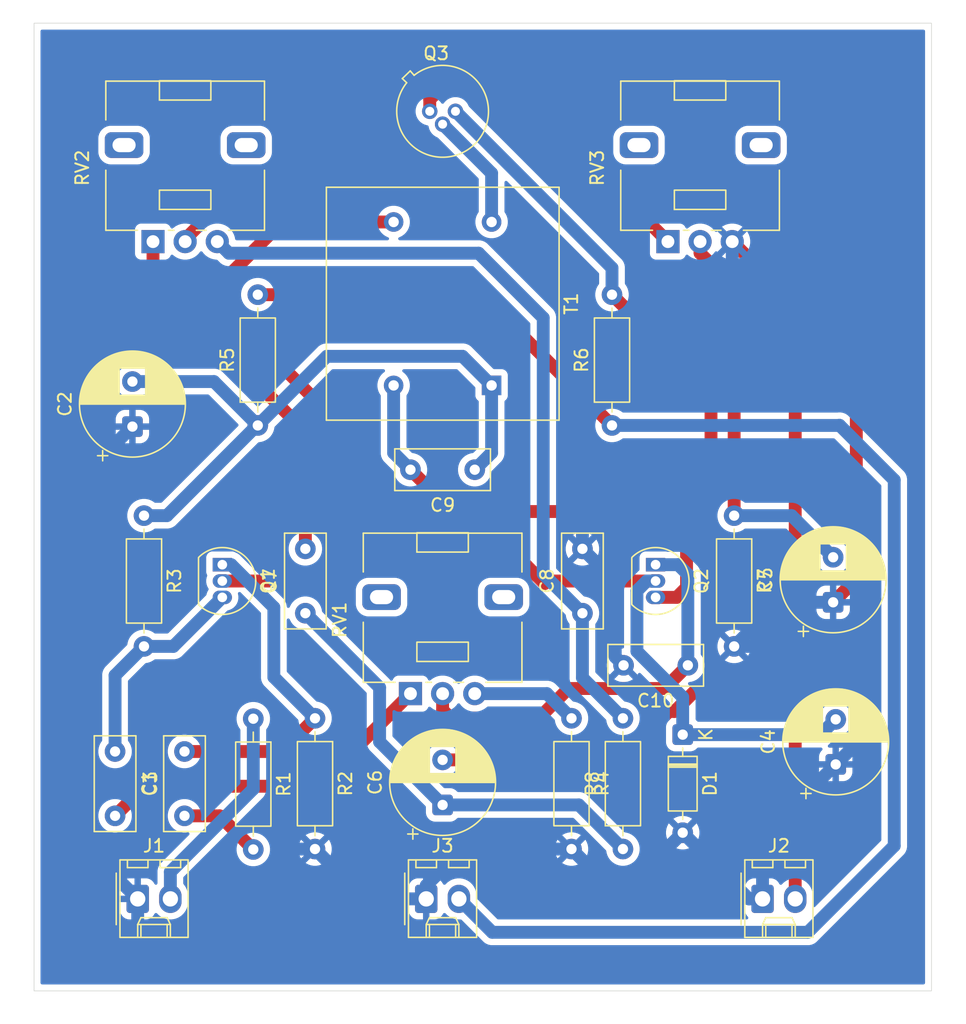
<source format=kicad_pcb>
(kicad_pcb (version 20241229) (generator "pcbnew") (generator_version "9.0")
  (layers (0 "F.Cu" signal) (2 "B.Cu" signal) (13 "F.Paste" user) (15 "B.Paste" user) (5 "F.SilkS" user "F.Silkscreen") (7 "B.SilkS" user "B.Silkscreen") (1 "F.Mask" user) (3 "B.Mask" user) (25 "Edge.Cuts" user))
  (net 0 "")
  (net 1 "Net-(C1-Pad1)")
  (net 2 "Net-(Q1-G)")
  (net 3 "GND")
  (net 4 "Net-(Q1-D)")
  (net 5 "Net-(C3-Pad2)")
  (net 6 "Net-(D1-K)")
  (net 7 "Net-(Q3-E)")
  (net 8 "Net-(Q3-C)")
  (net 9 "Net-(C6-Pad1)")
  (net 10 "Net-(C7-Pad2)")
  (net 11 "Net-(C8-Pad1)")
  (net 12 "Net-(T1-AA)")
  (net 13 "Net-(Q2-D)")
  (net 14 "Net-(Q2-G)")
  (net 15 "Net-(J1-Pin_2)")
  (net 16 "Net-(J2-Pin_2)")
  (net 17 "-9V")
  (net 18 "Net-(Q3-B)")
  (net 19 "Net-(R4-Pad1)")
  (net 20 "Net-(RV2-Pad2)")
  (footprint "Resistor_THT:R_Axial_DIN0207_L6.3mm_D2.5mm_P10.16mm_Horizontal" (layer "F.Cu") (at 83.25 58.07 -90)
    (property "Reference" "R3" (at 5.08 -2.37 90) (layer "F.SilkS"))
    (property "Value" "6K8")
    (pad "1" thru_hole circle (at 0 0 270) (size 1.6 1.6) (drill 0.8) (layers "*.Cu" "*.Mask") (net 12 "Net-(T1-AA)"))
    (pad "2" thru_hole circle (at 10.16 0 270) (size 1.6 1.6) (drill 0.8) (layers "*.Cu" "*.Mask") (net 4 "Net-(Q1-D)"))
  )
  (footprint "Resistor_THT:R_Axial_DIN0207_L6.3mm_D2.5mm_P10.16mm_Horizontal" (layer "F.Cu") (at 92.1 51.06 90)
    (property "Reference" "R5" (at 5.08 -2.37 90) (layer "F.SilkS"))
    (property "Value" "150R")
    (pad "1" thru_hole circle (at 0 0 90) (size 1.6 1.6) (drill 0.8) (layers "*.Cu" "*.Mask") (net 12 "Net-(T1-AA)"))
    (pad "2" thru_hole circle (at 10.16 0 90) (size 1.6 1.6) (drill 0.8) (layers "*.Cu" "*.Mask") (net 17 "-9V"))
  )
  (footprint "Connector_Molex:Molex_KK-254_AE-6410-02A_1x02_P2.54mm_Vertical" (layer "F.Cu") (at 82.76 87.85)
    (property "Reference" "J1" (at 1.27 -4.12 0) (layer "F.SilkS"))
    (property "Value" "Conn_01x02_Pin")
    (pad "1" thru_hole roundrect (at 0 0) (size 1.74 2.19) (drill 1.19) (layers "*.Cu" "*.Mask") (roundrect_rratio 0.143678) (net 3 "GND"))
    (pad "2" thru_hole oval (at 2.54 0) (size 1.74 2.19) (drill 1.19) (layers "*.Cu" "*.Mask") (net 15 "Net-(J1-Pin_2)"))
  )
  (footprint "Potentiometer_THT:Potentiometer_Alps_RK09L_Single_Vertical" (layer "F.Cu") (at 83.95 36.775 90)
    (property "Reference" "RV2" (at 5.725 -5.5 90) (layer "F.SilkS"))
    (property "Value" "B100K")
    (pad "1" thru_hole rect (at 0 0 90) (size 1.8 1.8) (drill 1) (layers "*.Cu" "*.Mask") (net 10 "Net-(C7-Pad2)"))
    (pad "2" thru_hole circle (at 0 2.5 90) (size 1.8 1.8) (drill 1) (layers "*.Cu" "*.Mask") (net 20 "Net-(RV2-Pad2)"))
    (pad "3" thru_hole circle (at 0 5 90) (size 1.8 1.8) (drill 1) (layers "*.Cu" "*.Mask") (net 11 "Net-(C8-Pad1)"))
    (pad "MP" thru_hole roundrect (at 7.5 -2.25 90) (size 2 3) (drill oval 1.1 1.8) (layers "*.Cu" "*.Mask"))
    (pad "MP" thru_hole roundrect (at 7.5 7.25 90) (size 2 3) (drill oval 1.1 1.8) (layers "*.Cu" "*.Mask"))
  )
  (footprint "Connector_Molex:Molex_KK-254_AE-6410-02A_1x02_P2.54mm_Vertical" (layer "F.Cu") (at 105.2 87.85)
    (property "Reference" "J3" (at 1.27 -4.12 0) (layer "F.SilkS"))
    (property "Value" "Conn_01x02_Pin")
    (pad "1" thru_hole roundrect (at 0 0) (size 1.74 2.19) (drill 1.19) (layers "*.Cu" "*.Mask") (roundrect_rratio 0.143678) (net 3 "GND"))
    (pad "2" thru_hole oval (at 2.54 0) (size 1.74 2.19) (drill 1.19) (layers "*.Cu" "*.Mask") (net 17 "-9V"))
  )
  (footprint "Capacitor_THT:C_Rect_L7.2mm_W3.0mm_P5.00mm_FKS2_FKP2_MKS2_MKP2" (layer "F.Cu") (at 108.975 54.5 180)
    (property "Reference" "C9" (at 2.5 -2.75 0) (layer "F.SilkS"))
    (property "Value" "22nF")
    (pad "1" thru_hole circle (at 0 0 180) (size 1.6 1.6) (drill 0.8) (layers "*.Cu" "*.Mask") (net 12 "Net-(T1-AA)"))
    (pad "2" thru_hole circle (at 5 0 180) (size 1.6 1.6) (drill 0.8) (layers "*.Cu" "*.Mask") (net 13 "Net-(Q2-D)"))
  )
  (footprint "Resistor_THT:R_Axial_DIN0207_L6.3mm_D2.5mm_P10.16mm_Horizontal" (layer "F.Cu") (at 119.65 51.06 90)
    (property "Reference" "R6" (at 5.08 -2.37 90) (layer "F.SilkS"))
    (property "Value" "4K7")
    (pad "1" thru_hole circle (at 0 0 90) (size 1.6 1.6) (drill 0.8) (layers "*.Cu" "*.Mask") (net 17 "-9V"))
    (pad "2" thru_hole circle (at 10.16 0 90) (size 1.6 1.6) (drill 0.8) (layers "*.Cu" "*.Mask") (net 8 "Net-(Q3-C)"))
  )
  (footprint "Resistor_THT:R_Axial_DIN0207_L6.3mm_D2.5mm_P10.16mm_Horizontal" (layer "F.Cu") (at 129.15 58.07 -90)
    (property "Reference" "R7" (at 5.08 -2.37 90) (layer "F.SilkS"))
    (property "Value" "560R")
    (pad "1" thru_hole circle (at 0 0 270) (size 1.6 1.6) (drill 0.8) (layers "*.Cu" "*.Mask") (net 7 "Net-(Q3-E)"))
    (pad "2" thru_hole circle (at 10.16 0 270) (size 1.6 1.6) (drill 0.8) (layers "*.Cu" "*.Mask") (net 3 "GND"))
  )
  (footprint "Package_TO_SOT_THT:TO-92_Inline" (layer "F.Cu") (at 123.04 61.88 -90)
    (property "Reference" "Q2" (at 1.27 -3.56 90) (layer "F.SilkS"))
    (property "Value" "BF245A")
    (pad "1" thru_hole rect (at 0 0 270) (size 1.05 1.5) (drill 0.75) (layers "*.Cu" "*.Mask") (net 14 "Net-(Q2-G)"))
    (pad "2" thru_hole oval (at 1.27 0 270) (size 1.05 1.5) (drill 0.75) (layers "*.Cu" "*.Mask") (net 6 "Net-(D1-K)"))
    (pad "3" thru_hole oval (at 2.54 0 270) (size 1.05 1.5) (drill 0.75) (layers "*.Cu" "*.Mask") (net 13 "Net-(Q2-D)"))
  )
  (footprint "Resistor_THT:R_Axial_DIN0207_L6.3mm_D2.5mm_P10.16mm_Horizontal" (layer "F.Cu") (at 96.55 73.817349 -90)
    (property "Reference" "R2" (at 5.08 -2.37 90) (layer "F.SilkS"))
    (property "Value" "2M2")
    (pad "1" thru_hole circle (at 0 0 270) (size 1.6 1.6) (drill 0.8) (layers "*.Cu" "*.Mask") (net 2 "Net-(Q1-G)"))
    (pad "2" thru_hole circle (at 10.16 0 270) (size 1.6 1.6) (drill 0.8) (layers "*.Cu" "*.Mask") (net 3 "GND"))
  )
  (footprint "Package_TO_SOT_THT:TO-92_Inline" (layer "F.Cu") (at 89.34 61.88 -90)
    (property "Reference" "Q1" (at 1.27 -3.56 90) (layer "F.SilkS"))
    (property "Value" "BF245A")
    (pad "1" thru_hole rect (at 0 0 270) (size 1.05 1.5) (drill 0.75) (layers "*.Cu" "*.Mask") (net 2 "Net-(Q1-G)"))
    (pad "2" thru_hole oval (at 1.27 0 270) (size 1.05 1.5) (drill 0.75) (layers "*.Cu" "*.Mask") (net 6 "Net-(D1-K)"))
    (pad "3" thru_hole oval (at 2.54 0 270) (size 1.05 1.5) (drill 0.75) (layers "*.Cu" "*.Mask") (net 4 "Net-(Q1-D)"))
  )
  (footprint "Capacitor_THT:CP_Radial_D8.0mm_P3.50mm" (layer "F.Cu") (at 136.85 64.802651 90)
    (property "Reference" "C5" (at 1.75 -5.25 90) (layer "F.SilkS"))
    (property "Value" "220uF")
    (pad "1" thru_hole roundrect (at 0 0 90) (size 1.6 1.6) (drill 0.8) (layers "*.Cu" "*.Mask") (roundrect_rratio 0.15625) (net 3 "GND"))
    (pad "2" thru_hole circle (at 3.5 0 90) (size 1.6 1.6) (drill 0.8) (layers "*.Cu" "*.Mask") (net 7 "Net-(Q3-E)"))
  )
  (footprint "Potentiometer_THT:Potentiometer_Alps_RK09L_Single_Vertical" (layer "F.Cu") (at 103.975 71.9 90)
    (property "Reference" "RV1" (at 5.725 -5.5 90) (layer "F.SilkS"))
    (property "Value" "A1M/A470K")
    (pad "1" thru_hole rect (at 0 0 90) (size 1.8 1.8) (drill 1) (layers "*.Cu" "*.Mask") (net 5 "Net-(C3-Pad2)"))
    (pad "2" thru_hole circle (at 0 2.5 90) (size 1.8 1.8) (drill 1) (layers "*.Cu" "*.Mask") (net 14 "Net-(Q2-G)"))
    (pad "3" thru_hole circle (at 0 5 90) (size 1.8 1.8) (drill 1) (layers "*.Cu" "*.Mask") (net 19 "Net-(R4-Pad1)"))
    (pad "MP" thru_hole roundrect (at 7.5 -2.25 90) (size 2 3) (drill oval 1.1 1.8) (layers "*.Cu" "*.Mask"))
    (pad "MP" thru_hole roundrect (at 7.5 7.25 90) (size 2 3) (drill oval 1.1 1.8) (layers "*.Cu" "*.Mask"))
  )
  (footprint "Capacitor_THT:C_Rect_L7.2mm_W3.0mm_P5.00mm_FKS2_FKP2_MKS2_MKP2" (layer "F.Cu") (at 81 76.397349 -90)
    (property "Reference" "C3" (at 2.5 -2.75 90) (layer "F.SilkS"))
    (property "Value" "47nF")
    (pad "1" thru_hole circle (at 0 0 270) (size 1.6 1.6) (drill 0.8) (layers "*.Cu" "*.Mask") (net 4 "Net-(Q1-D)"))
    (pad "2" thru_hole circle (at 5 0 270) (size 1.6 1.6) (drill 0.8) (layers "*.Cu" "*.Mask") (net 5 "Net-(C3-Pad2)"))
  )
  (footprint "Resistor_THT:R_Axial_DIN0207_L6.3mm_D2.5mm_P10.16mm_Horizontal" (layer "F.Cu") (at 116.5 73.817349 -90)
    (property "Reference" "R4" (at 5.08 -2.37 90) (layer "F.SilkS"))
    (property "Value" "1K")
    (pad "1" thru_hole circle (at 0 0 270) (size 1.6 1.6) (drill 0.8) (layers "*.Cu" "*.Mask") (net 19 "Net-(R4-Pad1)"))
    (pad "2" thru_hole circle (at 10.16 0 270) (size 1.6 1.6) (drill 0.8) (layers "*.Cu" "*.Mask") (net 3 "GND"))
  )
  (footprint "ACRM:Transformer_LT722" (layer "F.Cu") (at 110.285 47.95 -90)
    (property "Reference" "T1" (at -6.35 -6.2 90) (layer "F.SilkS"))
    (property "Value" "Transformer_1P_1S")
    (pad "1" thru_hole rect (at 0 0 270) (size 1.52 1.52) (drill 0.81) (layers "*.Cu" "*.Mask") (net 12 "Net-(T1-AA)"))
    (pad "2" thru_hole circle (at 0 7.62 270) (size 1.52 1.52) (drill 0.81) (layers "*.Cu" "*.Mask") (net 13 "Net-(Q2-D)"))
    (pad "3" thru_hole circle (at -12.7 7.62 270) (size 1.52 1.52) (drill 0.81) (layers "*.Cu" "*.Mask") (net 6 "Net-(D1-K)"))
    (pad "4" thru_hole circle (at -12.7 0 270) (size 1.52 1.52) (drill 0.81) (layers "*.Cu" "*.Mask") (net 18 "Net-(Q3-B)"))
  )
  (footprint "Capacitor_THT:C_Rect_L7.2mm_W3.0mm_P5.00mm_FKS2_FKP2_MKS2_MKP2" (layer "F.Cu") (at 95.8 65.65 90)
    (property "Reference" "C7" (at 2.5 -2.75 90) (layer "F.SilkS"))
    (property "Value" "4.7nF")
    (pad "1" thru_hole circle (at 0 0 90) (size 1.6 1.6) (drill 0.8) (layers "*.Cu" "*.Mask") (net 9 "Net-(C6-Pad1)"))
    (pad "2" thru_hole circle (at 5 0 90) (size 1.6 1.6) (drill 0.8) (layers "*.Cu" "*.Mask") (net 10 "Net-(C7-Pad2)"))
  )
  (footprint "Capacitor_THT:C_Rect_L7.2mm_W3.0mm_P5.00mm_FKS2_FKP2_MKS2_MKP2" (layer "F.Cu") (at 86.4 81.397349 90)
    (property "Reference" "C1" (at 2.5 -2.75 90) (layer "F.SilkS"))
    (property "Value" "10nF")
    (pad "1" thru_hole circle (at 0 0 90) (size 1.6 1.6) (drill 0.8) (layers "*.Cu" "*.Mask") (net 1 "Net-(C1-Pad1)"))
    (pad "2" thru_hole circle (at 5 0 90) (size 1.6 1.6) (drill 0.8) (layers "*.Cu" "*.Mask") (net 2 "Net-(Q1-G)"))
  )
  (footprint "Resistor_THT:R_Axial_DIN0207_L6.3mm_D2.5mm_P10.16mm_Horizontal" (layer "F.Cu") (at 120.5 83.977349 90)
    (property "Reference" "R8" (at 5.08 -2.37 90) (layer "F.SilkS"))
    (property "Value" "22K")
    (pad "1" thru_hole circle (at 0 0 90) (size 1.6 1.6) (drill 0.8) (layers "*.Cu" "*.Mask") (net 9 "Net-(C6-Pad1)"))
    (pad "2" thru_hole circle (at 10.16 0 90) (size 1.6 1.6) (drill 0.8) (layers "*.Cu" "*.Mask") (net 11 "Net-(C8-Pad1)"))
  )
  (footprint "Capacitor_THT:CP_Radial_D8.0mm_P3.50mm" (layer "F.Cu") (at 82.35 51.15 90)
    (property "Reference" "C2" (at 1.75 -5.25 90) (layer "F.SilkS"))
    (property "Value" "22uF")
    (pad "1" thru_hole roundrect (at 0 0 90) (size 1.6 1.6) (drill 0.8) (layers "*.Cu" "*.Mask") (roundrect_rratio 0.15625) (net 3 "GND"))
    (pad "2" thru_hole circle (at 3.5 0 90) (size 1.6 1.6) (drill 0.8) (layers "*.Cu" "*.Mask") (net 12 "Net-(T1-AA)"))
  )
  (footprint "Capacitor_THT:CP_Radial_D8.0mm_P3.50mm" (layer "F.Cu") (at 106.475 80.55 90)
    (property "Reference" "C6" (at 1.75 -5.25 90) (layer "F.SilkS"))
    (property "Value" "3.3uF")
    (pad "1" thru_hole roundrect (at 0 0 90) (size 1.6 1.6) (drill 0.8) (layers "*.Cu" "*.Mask") (roundrect_rratio 0.15625) (net 9 "Net-(C6-Pad1)"))
    (pad "2" thru_hole circle (at 3.5 0 90) (size 1.6 1.6) (drill 0.8) (layers "*.Cu" "*.Mask") (net 8 "Net-(Q3-C)"))
  )
  (footprint "Capacitor_THT:CP_Radial_D8.0mm_P3.50mm" (layer "F.Cu") (at 137.05 77.4 90)
    (property "Reference" "C4" (at 1.75 -5.25 90) (layer "F.SilkS"))
    (property "Value" "100-220uF")
    (pad "1" thru_hole roundrect (at 0 0 90) (size 1.6 1.6) (drill 0.8) (layers "*.Cu" "*.Mask") (roundrect_rratio 0.15625) (net 3 "GND"))
    (pad "2" thru_hole circle (at 3.5 0 90) (size 1.6 1.6) (drill 0.8) (layers "*.Cu" "*.Mask") (net 6 "Net-(D1-K)"))
  )
  (footprint "Resistor_THT:R_Axial_DIN0207_L6.3mm_D2.5mm_P10.16mm_Horizontal" (layer "F.Cu") (at 91.75 73.85 -90)
    (property "Reference" "R1" (at 5.08 -2.37 90) (layer "F.SilkS"))
    (property "Value" "4K7")
    (pad "1" thru_hole circle (at 0 0 270) (size 1.6 1.6) (drill 0.8) (layers "*.Cu" "*.Mask") (net 15 "Net-(J1-Pin_2)"))
    (pad "2" thru_hole circle (at 10.16 0 270) (size 1.6 1.6) (drill 0.8) (layers "*.Cu" "*.Mask") (net 1 "Net-(C1-Pad1)"))
  )
  (footprint "Connector_Molex:Molex_KK-254_AE-6410-02A_1x02_P2.54mm_Vertical" (layer "F.Cu") (at 131.36 87.85)
    (property "Reference" "J2" (at 1.27 -4.12 0) (layer "F.SilkS"))
    (property "Value" "Conn_01x02_Pin")
    (pad "1" thru_hole roundrect (at 0 0) (size 1.74 2.19) (drill 1.19) (layers "*.Cu" "*.Mask") (roundrect_rratio 0.143678) (net 3 "GND"))
    (pad "2" thru_hole oval (at 2.54 0) (size 1.74 2.19) (drill 1.19) (layers "*.Cu" "*.Mask") (net 16 "Net-(J2-Pin_2)"))
  )
  (footprint "ACRM:TO-1-3" (layer "F.Cu") (at 105.475 26.65)
    (property "Reference" "Q3" (at 0.5 -4.5 0) (layer "F.SilkS"))
    (property "Value" "AC128")
    (pad "1" thru_hole oval (at 2 0) (size 1.2 1.2) (drill 0.7) (layers "*.Cu" "*.Mask") (net 8 "Net-(Q3-C)"))
    (pad "2" thru_hole oval (at 1 1) (size 1.2 1.2) (drill 0.7) (layers "*.Cu" "*.Mask") (net 18 "Net-(Q3-B)"))
    (pad "3" thru_hole oval (at 0 0) (size 1.2 1.2) (drill 0.7) (layers "*.Cu" "*.Mask") (net 7 "Net-(Q3-E)"))
  )
  (footprint "Capacitor_THT:C_Rect_L7.2mm_W3.0mm_P5.00mm_FKS2_FKP2_MKS2_MKP2" (layer "F.Cu") (at 117.35 65.65 90)
    (property "Reference" "C8" (at 2.5 -2.75 90) (layer "F.SilkS"))
    (property "Value" "47nF")
    (pad "1" thru_hole circle (at 0 0 90) (size 1.6 1.6) (drill 0.8) (layers "*.Cu" "*.Mask") (net 11 "Net-(C8-Pad1)"))
    (pad "2" thru_hole circle (at 5 0 90) (size 1.6 1.6) (drill 0.8) (layers "*.Cu" "*.Mask") (net 3 "GND"))
  )
  (footprint "Diode_THT:D_DO-35_SOD27_P7.62mm_Horizontal" (layer "F.Cu") (at 125.15 75.087349 -90)
    (property "Reference" "D1" (at 3.81 -2.12 90) (layer "F.SilkS"))
    (property "Value" "1N4148")
    (fp_text user "K" (at 0 -1.8 90) (layer "F.SilkS"))
    (pad "1" thru_hole roundrect (at 0 0 270) (size 1.6 1.6) (drill 0.8) (layers "*.Cu" "*.Mask") (roundrect_rratio 0.15625) (net 6 "Net-(D1-K)"))
    (pad "2" thru_hole circle (at 7.62 0 270) (size 1.6 1.6) (drill 0.8) (layers "*.Cu" "*.Mask") (net 3 "GND"))
  )
  (footprint "Potentiometer_THT:Potentiometer_Alps_RK09L_Single_Vertical" (layer "F.Cu") (at 124 36.775 90)
    (property "Reference" "RV3" (at 5.725 -5.5 90) (layer "F.SilkS"))
    (property "Value" "A10K")
    (pad "1" thru_hole rect (at 0 0 90) (size 1.8 1.8) (drill 1) (layers "*.Cu" "*.Mask") (net 20 "Net-(RV2-Pad2)"))
    (pad "2" thru_hole circle (at 0 2.5 90) (size 1.8 1.8) (drill 1) (layers "*.Cu" "*.Mask") (net 16 "Net-(J2-Pin_2)"))
    (pad "3" thru_hole circle (at 0 5 90) (size 1.8 1.8) (drill 1) (layers "*.Cu" "*.Mask") (net 3 "GND"))
    (pad "MP" thru_hole roundrect (at 7.5 -2.25 90) (size 2 3) (drill oval 1.1 1.8) (layers "*.Cu" "*.Mask"))
    (pad "MP" thru_hole roundrect (at 7.5 7.25 90) (size 2 3) (drill oval 1.1 1.8) (layers "*.Cu" "*.Mask"))
  )
  (footprint "Capacitor_THT:C_Rect_L7.2mm_W3.0mm_P5.00mm_FKS2_FKP2_MKS2_MKP2" (layer "F.Cu") (at 125.55 69.7 180)
    (property "Reference" "C10" (at 2.5 -2.75 0) (layer "F.SilkS"))
    (property "Value" "470pF")
    (pad "1" thru_hole circle (at 0 0 180) (size 1.6 1.6) (drill 0.8) (layers "*.Cu" "*.Mask") (net 14 "Net-(Q2-G)"))
    (pad "2" thru_hole circle (at 5 0 180) (size 1.6 1.6) (drill 0.8) (layers "*.Cu" "*.Mask") (net 3 "GND"))
  )
  (gr_rect (start 74.7 19.8) (end 144.5 95) (stroke (width 0.05)) (fill no) (layer "Edge.Cuts"))
  (segment (start 89.137349 81.397349) (end 91.75 84.01) (width 1) (layer "F.Cu") (net 1))
  (segment (start 86.4 81.397349) (end 89.137349 81.397349) (width 1) (layer "F.Cu") (net 1))
  (segment (start 86.4 76.397349) (end 93.97 76.397349) (width 1) (layer "F.Cu") (net 2))
  (segment (start 93.97 76.397349) (end 96.55 73.817349) (width 1) (layer "F.Cu") (net 2))
  (segment (start 89.34 61.88) (end 90.028826 61.88) (width 1) (layer "B.Cu") (net 2))
  (segment (start 93.35 70.617349) (end 96.55 73.817349) (width 1) (layer "B.Cu") (net 2))
  (segment (start 93.35 65.201174) (end 93.35 70.617349) (width 1) (layer "B.Cu") (net 2))
  (segment (start 90.028826 61.88) (end 93.35 65.201174) (width 1) (layer "B.Cu") (net 2))
  (segment (start 138.651 63.001651) (end 136.85 64.802651) (width 1) (layer "F.Cu") (net 3))
  (segment (start 129 36.775) (end 138.651 46.426) (width 1) (layer "F.Cu") (net 3))
  (segment (start 138.651 46.426) (end 138.651 63.001651) (width 1) (layer "F.Cu") (net 3))
  (segment (start 105.2 87.85) (end 105.2 86.8119) (width 1) (layer "B.Cu") (net 3))
  (segment (start 136.85 64.802651) (end 132.577349 64.802651) (width 1) (layer "B.Cu") (net 3))
  (segment (start 129 38.455894) (end 129 36.775) (width 1) (layer "B.Cu") (net 3))
  (segment (start 131.36 87.85) (end 130.292651 87.85) (width 1) (layer "B.Cu") (net 3))
  (segment (start 119.9 63.2) (end 119.9 69.05) (width 1) (layer "B.Cu") (net 3))
  (segment (start 139.351 75.099) (end 137.05 77.4) (width 1) (layer "B.Cu") (net 3))
  (segment (start 132.577349 64.802651) (end 129.15 68.23) (width 1) (layer "B.Cu") (net 3))
  (segment (start 138.57 68.23) (end 138.65 68.15) (width 1) (layer "B.Cu") (net 3))
  (segment (start 95.122651 83.977349) (end 86.85 92.25) (width 1) (layer "B.Cu") (net 3))
  (segment (start 82.76 87.85) (end 78.699 83.789) (width 1) (layer "B.Cu") (net 3))
  (segment (start 108.034551 83.977349) (end 116.5 83.977349) (width 1) (layer "B.Cu") (net 3))
  (segment (start 82.76 90.96) (end 82.76 87.85) (width 1) (layer "B.Cu") (net 3))
  (segment (start 117.35 50.105894) (end 129 38.455894) (width 1) (layer "B.Cu") (net 3))
  (segment (start 139.351 68.851) (end 139.351 75.099) (width 1) (layer "B.Cu") (net 3))
  (segment (start 131.36 87.85) (end 131.36 83.09) (width 1) (layer "B.Cu") (net 3))
  (segment (start 131.36 83.09) (end 137.05 77.4) (width 1) (layer "B.Cu") (net 3))
  (segment (start 125.15 82.707349) (end 121.579 86.278349) (width 1) (layer "B.Cu") (net 3))
  (segment (start 105.2 86.8119) (end 108.034551 83.977349) (width 1) (layer "B.Cu") (net 3))
  (segment (start 96.55 83.977349) (end 95.122651 83.977349) (width 1) (layer "B.Cu") (net 3))
  (segment (start 78.699 54.801) (end 82.35 51.15) (width 1) (layer "B.Cu") (net 3))
  (segment (start 84.05 92.25) (end 82.76 90.96) (width 1) (layer "B.Cu") (net 3))
  (segment (start 117.35 60.65) (end 117.35 50.105894) (width 1) (layer "B.Cu") (net 3))
  (segment (start 121.579 86.278349) (end 118.801 86.278349) (width 1) (layer "B.Cu") (net 3))
  (segment (start 130.292651 87.85) (end 125.15 82.707349) (width 1) (layer "B.Cu") (net 3))
  (segment (start 78.699 83.789) (end 78.699 54.801) (width 1) (layer "B.Cu") (net 3))
  (segment (start 100.422651 87.85) (end 96.55 83.977349) (width 1) (layer "B.Cu") (net 3))
  (segment (start 117.35 60.65) (end 119.9 63.2) (width 1) (layer "B.Cu") (net 3))
  (segment (start 105.2 87.85) (end 100.422651 87.85) (width 1) (layer "B.Cu") (net 3))
  (segment (start 118.801 86.278349) (end 116.5 83.977349) (width 1) (layer "B.Cu") (net 3))
  (segment (start 119.9 69.05) (end 120.55 69.7) (width 1) (layer "B.Cu") (net 3))
  (segment (start 138.65 68.15) (end 139.351 68.851) (width 1) (layer "B.Cu") (net 3))
  (segment (start 86.85 92.25) (end 84.05 92.25) (width 1) (layer "B.Cu") (net 3))
  (segment (start 129.15 68.23) (end 138.57 68.23) (width 1) (layer "B.Cu") (net 3))
  (segment (start 81 70.48) (end 83.25 68.23) (width 1) (layer "B.Cu") (net 4))
  (segment (start 85.53 68.23) (end 89.34 64.42) (width 1) (layer "B.Cu") (net 4))
  (segment (start 81 76.397349) (end 81 70.48) (width 1) (layer "B.Cu") (net 4))
  (segment (start 83.25 68.23) (end 85.53 68.23) (width 1) (layer "B.Cu") (net 4))
  (segment (start 81 81.397349) (end 83.301 79.096349) (width 1) (layer "F.Cu") (net 5))
  (segment (start 96.778651 79.096349) (end 103.975 71.9) (width 1) (layer "F.Cu") (net 5))
  (segment (start 83.301 79.096349) (end 96.778651 79.096349) (width 1) (layer "F.Cu") (net 5))
  (segment (start 90 39.25) (end 94 35.25) (width 1) (layer "F.Cu") (net 6))
  (segment (start 100.969256 61.95) (end 113 61.95) (width 1) (layer "F.Cu") (net 6))
  (segment (start 97.7 63.15) (end 89.34 63.15) (width 1) (layer "F.Cu") (net 6))
  (segment (start 100.220256 61.201) (end 99.649 61.201) (width 1) (layer "F.Cu") (net 6))
  (segment (start 94 35.25) (end 102.665 35.25) (width 1) (layer "F.Cu") (net 6))
  (segment (start 113 61.95) (end 114.4 63.35) (width 1) (layer "F.Cu") (net 6))
  (segment (start 90 42.5) (end 90 39.25) (width 1) (layer "F.Cu") (net 6))
  (segment (start 114.6 63.15) (end 123.04 63.15) (width 1) (layer "F.Cu") (net 6))
  (segment (start 114.4 63.35) (end 114.6 63.15) (width 1) (layer "F.Cu") (net 6))
  (segment (start 99.649 61.201) (end 97.7 63.15) (width 1) (layer "F.Cu") (net 6))
  (segment (start 100.220256 52.720256) (end 100.220256 61.201) (width 1) (layer "F.Cu") (net 6))
  (segment (start 100.220256 52.720256) (end 90 42.5) (width 1) (layer "F.Cu") (net 6))
  (segment (start 100.220256 61.201) (end 100.969256 61.95) (width 1) (layer "F.Cu") (net 6))
  (segment (start 125.15 72.177265) (end 125.15 75.087349) (width 1) (layer "B.Cu") (net 6))
  (segment (start 122.351174 63.15) (end 121.589 63.912174) (width 1) (layer "B.Cu") (net 6))
  (segment (start 121.589 63.912174) (end 121.589 68.616265) (width 1) (layer "B.Cu") (net 6))
  (segment (start 125.15 75.087349) (end 135.862651 75.087349) (width 1) (layer "B.Cu") (net 6))
  (segment (start 121.589 68.616265) (end 125.15 72.177265) (width 1) (layer "B.Cu") (net 6))
  (segment (start 135.862651 75.087349) (end 137.05 73.9) (width 1) (layer "B.Cu") (net 6))
  (segment (start 123.04 63.15) (end 122.351174 63.15) (width 1) (layer "B.Cu") (net 6))
  (segment (start 129.15 58.07) (end 129.15 45.346574) (width 1) (layer "F.Cu") (net 7))
  (segment (start 129.15 45.346574) (end 108.753426 24.95) (width 1) (layer "F.Cu") (net 7))
  (segment (start 108.753426 24.95) (end 106.25 24.95) (width 1) (layer "F.Cu") (net 7))
  (segment (start 106.25 24.95) (end 105.475 25.725) (width 1) (layer "F.Cu") (net 7))
  (segment (start 105.475 25.725) (end 105.475 26.65) (width 1) (layer "F.Cu") (net 7))
  (segment (start 129.15 58.07) (end 133.617349 58.07) (width 1) (layer "B.Cu") (net 7))
  (segment (start 133.617349 58.07) (end 136.85 61.302651) (width 1) (layer "B.Cu") (net 7))
  (segment (start 106.475 77.05) (end 120.311241 77.05) (width 1) (layer "F.Cu") (net 8))
  (segment (start 127.35 70.425001) (end 127.35 48.6) (width 1) (layer "F.Cu") (net 8))
  (segment (start 124.074892 73.286349) (end 124.51065 73.286349) (width 1) (layer "F.Cu") (net 8))
  (segment (start 127.35 48.6) (end 119.65 40.9) (width 1) (layer "F.Cu") (net 8))
  (segment (start 127.351 70.445999) (end 127.351 70.425001) (width 1) (layer "F.Cu") (net 8))
  (segment (start 124.51065 73.286349) (end 127.351 70.445999) (width 1) (layer "F.Cu") (net 8))
  (segment (start 120.311241 77.05) (end 124.074892 73.286349) (width 1) (layer "F.Cu") (net 8))
  (segment (start 119.65 38.825) (end 119.65 40.9) (width 1) (layer "B.Cu") (net 8))
  (segment (start 107.475 26.65) (end 119.65 38.825) (width 1) (layer "B.Cu") (net 8))
  (segment (start 117.072651 80.55) (end 106.475 80.55) (width 1) (layer "B.Cu") (net 9))
  (segment (start 120.5 83.977349) (end 117.072651 80.55) (width 1) (layer "B.Cu") (net 9))
  (segment (start 101.574 71.424) (end 95.8 65.65) (width 1) (layer "B.Cu") (net 9))
  (segment (start 106.475 80.55) (end 101.574 75.649) (width 1) (layer "B.Cu") (net 9))
  (segment (start 101.574 75.649) (end 101.574 71.424) (width 1) (layer "B.Cu") (net 9))
  (segment (start 83.95 39.7) (end 95.8 51.55) (width 1) (layer "F.Cu") (net 10))
  (segment (start 83.95 36.775) (end 83.95 39.7) (width 1) (layer "F.Cu") (net 10))
  (segment (start 95.8 51.55) (end 95.8 60.65) (width 1) (layer "F.Cu") (net 10))
  (segment (start 89.85 37.675) (end 109.275 37.675) (width 1) (layer "B.Cu") (net 11))
  (segment (start 88.95 36.775) (end 89.85 37.675) (width 1) (layer "B.Cu") (net 11))
  (segment (start 109.275 37.675) (end 114.3 42.7) (width 1) (layer "B.Cu") (net 11))
  (segment (start 114.3 62.6) (end 117.35 65.65) (width 1) (layer "B.Cu") (net 11))
  (segment (start 117.35 65.65) (end 117.35 70.667349) (width 1) (layer "B.Cu") (net 11))
  (segment (start 114.3 42.7) (end 114.3 62.6) (width 1) (layer "B.Cu") (net 11))
  (segment (start 117.35 70.667349) (end 120.5 73.817349) (width 1) (layer "B.Cu") (net 11))
  (segment (start 92.1 51.06) (end 97.471 45.689) (width 1) (layer "B.Cu") (net 12))
  (segment (start 92.04 51.06) (end 85.03 58.07) (width 1) (layer "B.Cu") (net 12))
  (segment (start 97.471 45.689) (end 108.024 45.689) (width 1) (layer "B.Cu") (net 12))
  (segment (start 110.285 47.95) (end 110.285 53.19) (width 1) (layer "B.Cu") (net 12))
  (segment (start 108.024 45.689) (end 110.285 47.95) (width 1) (layer "B.Cu") (net 12))
  (segment (start 110.285 53.19) (end 108.975 54.5) (width 1) (layer "B.Cu") (net 12))
  (segment (start 82.35 47.65) (end 88.69 47.65) (width 1) (layer "B.Cu") (net 12))
  (segment (start 85.03 58.07) (end 83.25 58.07) (width 1) (layer "B.Cu") (net 12))
  (segment (start 88.69 47.65) (end 92.1 51.06) (width 1) (layer "B.Cu") (net 12))
  (segment (start 92.1 51.06) (end 92.04 51.06) (width 1) (layer "B.Cu") (net 12))
  (segment (start 125.45 63.65) (end 124.68 64.42) (width 1) (layer "F.Cu") (net 13))
  (segment (start 103.975 54.5) (end 107.225 57.75) (width 1) (layer "F.Cu") (net 13))
  (segment (start 124.68 64.42) (end 123.04 64.42) (width 1) (layer "F.Cu") (net 13))
  (segment (start 125.45 59.7) (end 125.45 63.65) (width 1) (layer "F.Cu") (net 13))
  (segment (start 107.225 57.75) (end 123.5 57.75) (width 1) (layer "F.Cu") (net 13))
  (segment (start 123.5 57.75) (end 125.45 59.7) (width 1) (layer "F.Cu") (net 13))
  (segment (start 102.665 47.95) (end 102.665 53.19) (width 1) (layer "B.Cu") (net 13))
  (segment (start 102.665 53.19) (end 103.975 54.5) (width 1) (layer "B.Cu") (net 13))
  (segment (start 113.96935 73.801) (end 116.26935 71.501) (width 1) (layer "F.Cu") (net 14))
  (segment (start 116.26935 71.501) (end 123.749 71.501) (width 1) (layer "F.Cu") (net 14))
  (segment (start 106.475 73.172792) (end 107.103208 73.801) (width 1) (layer "F.Cu") (net 14))
  (segment (start 106.475 71.9) (end 106.475 73.172792) (width 1) (layer "F.Cu") (net 14))
  (segment (start 123.749 71.501) (end 125.55 69.7) (width 1) (layer "F.Cu") (net 14))
  (segment (start 107.103208 73.801) (end 113.96935 73.801) (width 1) (layer "F.Cu") (net 14))
  (segment (start 123.04 61.88) (end 124.79 61.88) (width 1) (layer "B.Cu") (net 14))
  (segment (start 124.79 61.88) (end 125.55 62.64) (width 1) (layer "B.Cu") (net 14))
  (segment (start 125.55 62.64) (end 125.55 69.7) (width 1) (layer "B.Cu") (net 14))
  (segment (start 91.75 79.305) (end 91.75 73.85) (width 1) (layer "B.Cu") (net 15))
  (segment (start 85.3 85.755) (end 91.75 79.305) (width 1) (layer "B.Cu") (net 15))
  (segment (start 85.3 87.85) (end 85.3 85.755) (width 1) (layer "B.Cu") (net 15))
  (segment (start 126.5 37.670527) (end 126.5 36.775) (width 1) (layer "F.Cu") (net 16))
  (segment (start 133.9 87.85) (end 133.9 45.070527) (width 1) (layer "F.Cu") (net 16))
  (segment (start 133.9 45.070527) (end 126.5 37.670527) (width 1) (layer "F.Cu") (net 16))
  (segment (start 92.1 40.9) (end 109.49 40.9) (width 1) (layer "F.Cu") (net 17))
  (segment (start 109.49 40.9) (end 119.65 51.06) (width 1) (layer "F.Cu") (net 17))
  (segment (start 141.6 83.7281) (end 141.6 55.3) (width 1) (layer "B.Cu") (net 17))
  (segment (start 134.8821 90.446) (end 141.6 83.7281) (width 1) (layer "B.Cu") (net 17))
  (segment (start 107.74 87.85) (end 110.336 90.446) (width 1) (layer "B.Cu") (net 17))
  (segment (start 137.35 51.05) (end 137.34 51.06) (width 1) (layer "B.Cu") (net 17))
  (segment (start 110.336 90.446) (end 134.8821 90.446) (width 1) (layer "B.Cu") (net 17))
  (segment (start 137.34 51.06) (end 119.65 51.06) (width 1) (layer "B.Cu") (net 17))
  (segment (start 141.6 55.3) (end 137.35 51.05) (width 1) (layer "B.Cu") (net 17))
  (segment (start 110.285 31.46) (end 106.475 27.65) (width 1) (layer "B.Cu") (net 18))
  (segment (start 110.285 35.25) (end 110.285 31.46) (width 1) (layer "B.Cu") (net 18))
  (segment (start 108.975 71.9) (end 114.582651 71.9) (width 1) (layer "B.Cu") (net 19))
  (segment (start 114.582651 71.9) (end 116.5 73.817349) (width 1) (layer "B.Cu") (net 19))
  (segment (start 109.175 21.95) (end 124 36.775) (width 1) (layer "F.Cu") (net 20))
  (segment (start 86.45 36.58658) (end 88.26058 34.776) (width 1) (layer "F.Cu") (net 20))
  (segment (start 90.774 34.776) (end 103.6 21.95) (width 1) (layer "F.Cu") (net 20))
  (segment (start 88.26058 34.776) (end 90.774 34.776) (width 1) (layer "F.Cu") (net 20))
  (segment (start 86.45 36.775) (end 86.45 36.58658) (width 1) (layer "F.Cu") (net 20))
  (segment (start 103.6 21.95) (end 109.175 21.95) (width 1) (layer "F.Cu") (net 20))
  (zone (net 3) (net_name "GND") (layer "B.Cu") (connect_pads (clearance 0.5)) (min_thickness 0.25) (fill yes (thermal_gap 0.5) (thermal_bridge_width 0.5))
    (polygon (pts (xy 72.1 18) (xy 147.2 18.25) (xy 147 97.1) (xy 72.35 97.6) (xy 72.05 18)))
  )
)
</source>
